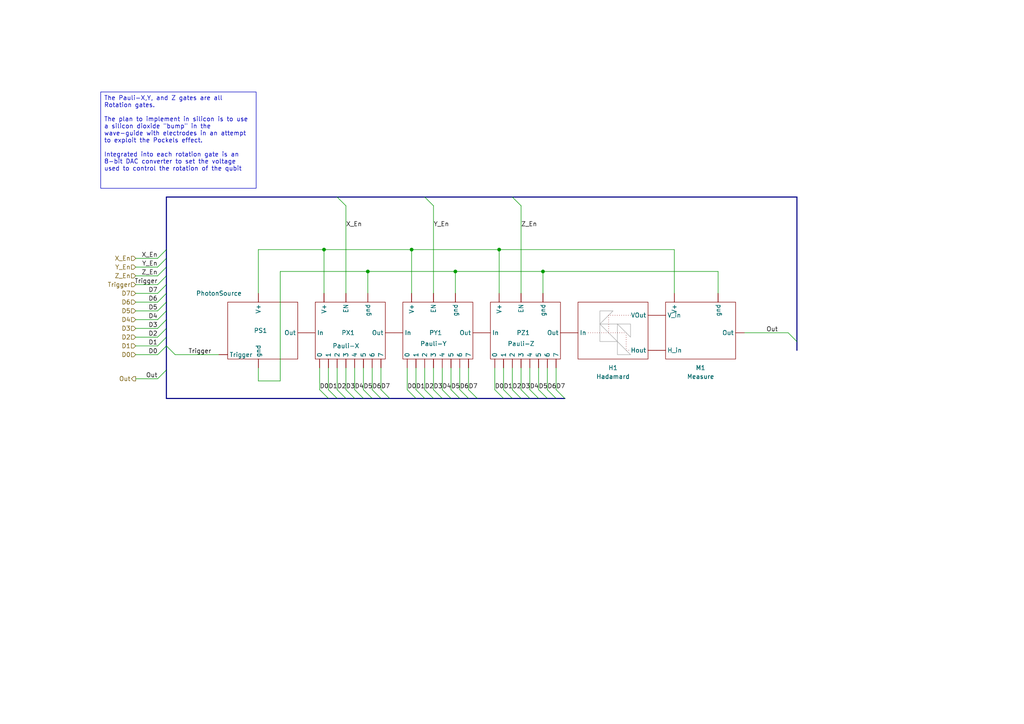
<source format=kicad_sch>
(kicad_sch (version 20230121) (generator eeschema)
  (paper "A4")
  (lib_symbols
    (symbol "photonic_structures:Hadamard"
      (property "Reference" "H" (at 0 0 0))
      (property "Value" "Hadamard" (at 0 -3.81 0))
      (symbol "Hadamard_0_1"
        (rectangle (start -8.89 8.89) (end 11.43 -7.62))
      )
      (symbol "Hadamard_1_1"
        (rectangle (start -2.54 2.54) (end 2.54 -2.54) (stroke (width 0) (color 170 170 170 1)))
        (polyline (pts (xy 2.54 -2.54) (xy -2.54 2.54)) (stroke (width 0) (color 170 170 170 1)))
        (polyline (pts (xy -2.54 2.54) (xy 1.27 6.35) (xy -2.54 6.35) (xy -2.54 2.54)) (stroke (width 0) (color 170 170 170 1)))
        (polyline (pts (xy 0 0) (xy 5.08 0) (xy 5.08 -5.08) (xy 6.35 -5.08)) (stroke (width 0) (type dot)))
        (polyline (pts (xy 2.54 2.54) (xy 6.35 -1.27) (xy 6.35 2.54) (xy 2.54 2.54)) (stroke (width 0) (color 170 170 170 1)))
        (polyline (pts (xy 6.35 -6.35) (xy 2.54 -2.54) (xy 2.54 -6.35) (xy 6.35 -6.35)) (stroke (width 0) (color 170 170 170 1)))
        (polyline (pts (xy 6.35 5.08) (xy 0 5.08) (xy 0 0) (xy -6.35 0)) (stroke (width 0) (type dot)))
        (pin output line (at 13.97 -5.08 180) (length 2.54) (name "Hout") (number ""))
        (pin input line (at -11.43 0 0) (length 2.54) (name "In") (number ""))
        (pin output line (at 13.97 5.08 180) (length 2.54) (name "VOut") (number ""))
      )
    )
    (symbol "photonic_structures:Measure"
      (property "Reference" "M" (at 0 0 0))
      (property "Value" "Measure" (at 0 -3.81 0))
      (symbol "Measure_0_1"
        (rectangle (start -8.89 8.89) (end 11.43 -7.62))
      )
      (symbol "Measure_1_1"
        (pin input line (at -11.43 -5.08 0) (length 2.54) (name "H_in") (number ""))
        (pin output line (at 13.97 0 180) (length 2.54) (name "Out") (number ""))
        (pin power_in line (at -6.35 11.43 270) (length 2.54) (name "V+") (number ""))
        (pin input line (at -11.43 5.08 0) (length 2.54) (name "V_in") (number ""))
        (pin power_out line (at 6.35 11.43 270) (length 2.54) (name "gnd") (number ""))
      )
    )
    (symbol "photonic_structures:Pauli-X"
      (property "Reference" "PX" (at 0 0 0))
      (property "Value" "Pauli-X" (at 0 -3.81 0))
      (symbol "Pauli-X_0_1"
        (rectangle (start -8.89 8.89) (end 11.43 -7.62))
      )
      (symbol "Pauli-X_1_1"
        (pin input line (at -7.62 -10.16 90) (length 2.54) (name "0") (number ""))
        (pin input line (at -5.08 -10.16 90) (length 2.54) (name "1") (number ""))
        (pin input line (at -2.54 -10.16 90) (length 2.54) (name "2") (number ""))
        (pin input line (at 0 -10.16 90) (length 2.54) (name "3") (number ""))
        (pin input line (at 2.54 -10.16 90) (length 2.54) (name "4") (number ""))
        (pin input line (at 5.08 -10.16 90) (length 2.54) (name "5") (number ""))
        (pin input line (at 7.62 -10.16 90) (length 2.54) (name "6") (number ""))
        (pin input line (at 10.16 -10.16 90) (length 2.54) (name "7") (number ""))
        (pin input line (at 0 11.43 270) (length 2.54) (name "EN") (number ""))
        (pin input line (at -11.43 0 0) (length 2.54) (name "In") (number ""))
        (pin output line (at 13.97 0 180) (length 2.54) (name "Out") (number ""))
        (pin power_in line (at -6.35 11.43 270) (length 2.54) (name "V+") (number ""))
        (pin power_out line (at 6.35 11.43 270) (length 2.54) (name "gnd") (number ""))
      )
    )
    (symbol "photonic_structures:Pauli-Y"
      (property "Reference" "PY" (at 0 0 0))
      (property "Value" "Pauli-Y" (at 0 -3.81 0))
      (symbol "Pauli-Y_0_1"
        (rectangle (start -8.89 8.89) (end 11.43 -7.62))
      )
      (symbol "Pauli-Y_1_1"
        (pin input line (at -7.62 -10.16 90) (length 2.54) (name "0") (number ""))
        (pin input line (at -5.08 -10.16 90) (length 2.54) (name "1") (number ""))
        (pin input line (at -2.54 -10.16 90) (length 2.54) (name "2") (number ""))
        (pin input line (at 0 -10.16 90) (length 2.54) (name "3") (number ""))
        (pin input line (at 2.54 -10.16 90) (length 2.54) (name "4") (number ""))
        (pin input line (at 5.08 -10.16 90) (length 2.54) (name "5") (number ""))
        (pin input line (at 7.62 -10.16 90) (length 2.54) (name "6") (number ""))
        (pin input line (at 10.16 -10.16 90) (length 2.54) (name "7") (number ""))
        (pin input line (at 0 11.43 270) (length 2.54) (name "EN") (number ""))
        (pin input line (at -11.43 0 0) (length 2.54) (name "In") (number ""))
        (pin output line (at 13.97 0 180) (length 2.54) (name "Out") (number ""))
        (pin power_in line (at -6.35 11.43 270) (length 2.54) (name "V+") (number ""))
        (pin power_out line (at 6.35 11.43 270) (length 2.54) (name "gnd") (number ""))
      )
    )
    (symbol "photonic_structures:Pauli-Z"
      (property "Reference" "PZ" (at 0 0 0))
      (property "Value" "Pauli-Z" (at 0 -3.81 0))
      (symbol "Pauli-Z_0_1"
        (rectangle (start -8.89 8.89) (end 11.43 -7.62))
      )
      (symbol "Pauli-Z_1_1"
        (pin input line (at -7.62 -10.16 90) (length 2.54) (name "0") (number ""))
        (pin input line (at -5.08 -10.16 90) (length 2.54) (name "1") (number ""))
        (pin input line (at -2.54 -10.16 90) (length 2.54) (name "2") (number ""))
        (pin input line (at 0 -10.16 90) (length 2.54) (name "3") (number ""))
        (pin input line (at 2.54 -10.16 90) (length 2.54) (name "4") (number ""))
        (pin input line (at 5.08 -10.16 90) (length 2.54) (name "5") (number ""))
        (pin input line (at 7.62 -10.16 90) (length 2.54) (name "6") (number ""))
        (pin input line (at 10.16 -10.16 90) (length 2.54) (name "7") (number ""))
        (pin input line (at 0 11.43 270) (length 2.54) (name "EN") (number ""))
        (pin input line (at -11.43 0 0) (length 2.54) (name "In") (number ""))
        (pin output line (at 13.97 0 180) (length 2.54) (name "Out") (number ""))
        (pin power_in line (at -6.35 11.43 270) (length 2.54) (name "V+") (number ""))
        (pin power_out line (at 6.35 11.43 270) (length 2.54) (name "gnd") (number ""))
      )
    )
    (symbol "photonic_structures:PhotonSource"
      (property "Reference" "PS" (at 0 0 0))
      (property "Value" "PhotonSource" (at 0 2.54 0))
      (symbol "PhotonSource_0_1"
        (rectangle (start -8.89 8.89) (end 11.43 -7.62))
      )
      (symbol "PhotonSource_1_1"
        (pin output line (at 13.97 0 180) (length 2.54) (name "Out") (number ""))
        (pin input line (at -11.43 -6.35 0) (length 2.54) (name "Trigger") (number ""))
        (pin power_in line (at 0 11.43 270) (length 2.54) (name "V+") (number ""))
        (pin power_out line (at 0 -10.16 90) (length 2.54) (name "gnd") (number ""))
      )
    )
  )
  (junction (at 106.68 78.74))
  (junction (at 93.98 72.39))
  (junction (at 119.38 72.39))
  (junction (at 144.78 72.39))
  (junction (at 157.48 78.74))
  (junction (at 132.08 78.74))
  (bus_entry (at 118.11 113.03) (size 2.54 2.54))
  (bus_entry (at 45.72 85.09) (size 2.54 -2.54))
  (bus_entry (at 45.72 92.71) (size 2.54 -2.54))
  (bus_entry (at 48.26 72.39) (size -2.54 2.54))
  (bus_entry (at 45.72 90.17) (size 2.54 -2.54))
  (bus_entry (at 45.72 102.87) (size 2.54 -2.54))
  (bus_entry (at 45.72 95.25) (size 2.54 -2.54))
  (bus_entry (at 48.26 77.47) (size -2.54 2.54))
  (bus_entry (at 148.59 113.03) (size 2.54 2.54))
  (bus_entry (at 45.72 87.63) (size 2.54 -2.54))
  (bus_entry (at 135.89 113.03) (size 2.54 2.54))
  (bus_entry (at 100.33 113.03) (size 2.54 2.54))
  (bus_entry (at 228.6 96.52) (size 2.54 2.54))
  (bus_entry (at 102.87 113.03) (size 2.54 2.54))
  (bus_entry (at 97.79 57.15) (size 2.54 2.54))
  (bus_entry (at 153.67 113.03) (size 2.54 2.54))
  (bus_entry (at 123.19 113.03) (size 2.54 2.54))
  (bus_entry (at 158.75 113.03) (size 2.54 2.54))
  (bus_entry (at 48.26 74.93) (size -2.54 2.54))
  (bus_entry (at 125.73 113.03) (size 2.54 2.54))
  (bus_entry (at 105.41 113.03) (size 2.54 2.54))
  (bus_entry (at 130.81 113.03) (size 2.54 2.54))
  (bus_entry (at 128.27 113.03) (size 2.54 2.54))
  (bus_entry (at 97.79 113.03) (size 2.54 2.54))
  (bus_entry (at 110.49 113.03) (size 2.54 2.54))
  (bus_entry (at 107.95 113.03) (size 2.54 2.54))
  (bus_entry (at 148.59 57.15) (size 2.54 2.54))
  (bus_entry (at 95.25 113.03) (size 2.54 2.54))
  (bus_entry (at 120.65 113.03) (size 2.54 2.54))
  (bus_entry (at 48.26 80.01) (size -2.54 2.54))
  (bus_entry (at 123.19 57.15) (size 2.54 2.54))
  (bus_entry (at 146.05 113.03) (size 2.54 2.54))
  (bus_entry (at 92.71 113.03) (size 2.54 2.54))
  (bus_entry (at 156.21 113.03) (size 2.54 2.54))
  (bus_entry (at 151.13 113.03) (size 2.54 2.54))
  (bus_entry (at 133.35 113.03) (size 2.54 2.54))
  (bus_entry (at 45.72 100.33) (size 2.54 -2.54))
  (bus_entry (at 48.26 100.33) (size 2.54 2.54))
  (bus_entry (at 161.29 113.03) (size 2.54 2.54))
  (bus_entry (at 45.72 97.79) (size 2.54 -2.54))
  (bus_entry (at 45.72 109.855) (size 2.54 -2.54))
  (bus_entry (at 143.51 113.03) (size 2.54 2.54))
  (wire (pts (xy 158.75 106.68) (xy 158.75 113.03)))
  (wire (pts (xy 157.48 78.74) (xy 157.48 85.09)))
  (wire (pts (xy 120.65 106.68) (xy 120.65 113.03)))
  (wire (pts (xy 74.93 72.39) (xy 93.98 72.39)))
  (wire (pts (xy 143.51 106.68) (xy 143.51 113.03)))
  (bus (pts (xy 128.27 115.57) (xy 125.73 115.57)))
  (wire (pts (xy 215.9 96.52) (xy 228.6 96.52)))
  (wire (pts (xy 195.58 72.39) (xy 195.58 85.09)))
  (bus (pts (xy 48.26 77.47) (xy 48.26 80.01)))
  (wire (pts (xy 39.37 109.855) (xy 45.72 109.855)))
  (wire (pts (xy 39.37 85.09) (xy 45.72 85.09)))
  (wire (pts (xy 133.35 106.68) (xy 133.35 113.03)))
  (bus (pts (xy 107.95 115.57) (xy 105.41 115.57)))
  (wire (pts (xy 93.98 72.39) (xy 119.38 72.39)))
  (wire (pts (xy 39.37 97.79) (xy 45.72 97.79)))
  (wire (pts (xy 106.68 85.09) (xy 106.68 78.74)))
  (wire (pts (xy 123.19 106.68) (xy 123.19 113.03)))
  (wire (pts (xy 50.8 102.87) (xy 63.5 102.87)))
  (bus (pts (xy 48.26 92.71) (xy 48.26 90.17)))
  (bus (pts (xy 48.26 72.39) (xy 48.26 57.15)))
  (wire (pts (xy 45.72 77.47) (xy 39.37 77.47)))
  (wire (pts (xy 119.38 72.39) (xy 119.38 85.09)))
  (bus (pts (xy 123.19 115.57) (xy 120.65 115.57)))
  (wire (pts (xy 153.67 106.68) (xy 153.67 113.03)))
  (bus (pts (xy 48.26 100.33) (xy 48.26 97.79)))
  (wire (pts (xy 106.68 78.74) (xy 132.08 78.74)))
  (wire (pts (xy 93.98 85.09) (xy 93.98 72.39)))
  (bus (pts (xy 105.41 115.57) (xy 102.87 115.57)))
  (wire (pts (xy 105.41 106.68) (xy 105.41 113.03)))
  (wire (pts (xy 144.78 72.39) (xy 195.58 72.39)))
  (bus (pts (xy 125.73 115.57) (xy 123.19 115.57)))
  (wire (pts (xy 161.29 106.68) (xy 161.29 113.03)))
  (bus (pts (xy 113.03 115.57) (xy 110.49 115.57)))
  (wire (pts (xy 92.71 106.68) (xy 92.71 113.03)))
  (bus (pts (xy 48.26 85.09) (xy 48.26 82.55)))
  (bus (pts (xy 231.14 99.06) (xy 231.14 101.6)))
  (wire (pts (xy 118.11 106.68) (xy 118.11 113.03)))
  (bus (pts (xy 120.65 115.57) (xy 113.03 115.57)))
  (bus (pts (xy 146.05 115.57) (xy 138.43 115.57)))
  (bus (pts (xy 123.19 57.15) (xy 148.59 57.15)))
  (wire (pts (xy 151.13 106.68) (xy 151.13 113.03)))
  (wire (pts (xy 128.27 106.68) (xy 128.27 113.03)))
  (bus (pts (xy 100.33 115.57) (xy 97.79 115.57)))
  (wire (pts (xy 39.37 90.17) (xy 45.72 90.17)))
  (bus (pts (xy 48.26 87.63) (xy 48.26 85.09)))
  (bus (pts (xy 48.26 57.15) (xy 97.79 57.15)))
  (bus (pts (xy 231.14 57.15) (xy 231.14 99.06)))
  (wire (pts (xy 39.37 95.25) (xy 45.72 95.25)))
  (wire (pts (xy 144.78 72.39) (xy 144.78 85.09)))
  (wire (pts (xy 125.73 59.69) (xy 125.73 85.09)))
  (wire (pts (xy 39.37 100.33) (xy 45.72 100.33)))
  (bus (pts (xy 163.83 115.57) (xy 161.29 115.57)))
  (wire (pts (xy 119.38 72.39) (xy 144.78 72.39)))
  (bus (pts (xy 97.79 115.57) (xy 95.25 115.57)))
  (bus (pts (xy 161.29 115.57) (xy 158.75 115.57)))
  (bus (pts (xy 158.75 115.57) (xy 156.21 115.57)))
  (wire (pts (xy 156.21 106.68) (xy 156.21 113.03)))
  (wire (pts (xy 110.49 106.68) (xy 110.49 113.03)))
  (wire (pts (xy 100.33 59.69) (xy 100.33 85.09)))
  (wire (pts (xy 39.37 87.63) (xy 45.72 87.63)))
  (bus (pts (xy 48.26 80.01) (xy 48.26 82.55)))
  (bus (pts (xy 48.26 74.93) (xy 48.26 77.47)))
  (wire (pts (xy 157.48 78.74) (xy 208.28 78.74)))
  (bus (pts (xy 48.26 97.79) (xy 48.26 95.25)))
  (bus (pts (xy 135.89 115.57) (xy 133.35 115.57)))
  (wire (pts (xy 102.87 106.68) (xy 102.87 113.03)))
  (wire (pts (xy 95.25 106.68) (xy 95.25 113.03)))
  (bus (pts (xy 151.13 115.57) (xy 148.59 115.57)))
  (bus (pts (xy 102.87 115.57) (xy 100.33 115.57)))
  (wire (pts (xy 81.28 78.74) (xy 81.28 110.49)))
  (bus (pts (xy 48.26 107.315) (xy 48.26 115.57)))
  (bus (pts (xy 48.26 90.17) (xy 48.26 87.63)))
  (wire (pts (xy 39.37 74.93) (xy 45.72 74.93)))
  (wire (pts (xy 100.33 106.68) (xy 100.33 113.03)))
  (bus (pts (xy 153.67 115.57) (xy 151.13 115.57)))
  (bus (pts (xy 110.49 115.57) (xy 107.95 115.57)))
  (wire (pts (xy 45.72 80.01) (xy 39.37 80.01)))
  (wire (pts (xy 130.81 106.68) (xy 130.81 113.03)))
  (bus (pts (xy 97.79 57.15) (xy 123.19 57.15)))
  (wire (pts (xy 74.93 85.09) (xy 74.93 72.39)))
  (wire (pts (xy 208.28 78.74) (xy 208.28 85.09)))
  (wire (pts (xy 107.95 106.68) (xy 107.95 113.03)))
  (bus (pts (xy 130.81 115.57) (xy 128.27 115.57)))
  (wire (pts (xy 146.05 106.68) (xy 146.05 113.03)))
  (wire (pts (xy 132.08 78.74) (xy 157.48 78.74)))
  (bus (pts (xy 48.26 72.39) (xy 48.26 74.93)))
  (bus (pts (xy 48.26 95.25) (xy 48.26 92.71)))
  (wire (pts (xy 39.37 102.87) (xy 45.72 102.87)))
  (wire (pts (xy 45.72 82.55) (xy 39.37 82.55)))
  (wire (pts (xy 148.59 106.68) (xy 148.59 113.03)))
  (bus (pts (xy 95.25 115.57) (xy 48.26 115.57)))
  (bus (pts (xy 133.35 115.57) (xy 130.81 115.57)))
  (wire (pts (xy 135.89 106.68) (xy 135.89 113.03)))
  (wire (pts (xy 39.37 92.71) (xy 45.72 92.71)))
  (bus (pts (xy 48.26 100.33) (xy 48.26 107.315)))
  (bus (pts (xy 138.43 115.57) (xy 135.89 115.57)))
  (bus (pts (xy 156.21 115.57) (xy 153.67 115.57)))
  (wire (pts (xy 97.79 106.68) (xy 97.79 113.03)))
  (bus (pts (xy 148.59 115.57) (xy 146.05 115.57)))
  (wire (pts (xy 125.73 106.68) (xy 125.73 113.03)))
  (wire (pts (xy 106.68 78.74) (xy 81.28 78.74)))
  (wire (pts (xy 132.08 78.74) (xy 132.08 85.09)))
  (bus (pts (xy 148.59 57.15) (xy 231.14 57.15)))
  (wire (pts (xy 81.28 110.49) (xy 74.93 110.49)))
  (wire (pts (xy 74.93 106.68) (xy 74.93 110.49)))
  (wire (pts (xy 151.13 59.69) (xy 151.13 85.09)))
  (text_box "The Pauli-X,Y, and Z gates are all Rotation gates.\n\nThe plan to implement in silicon is to use a silicon dioxide \"bump\" in the\nwave-guide with electrodes in an attempt to exploit the Pockels effect.\n\nIntegrated into each rotation gate is an 8-bit DAC converter to set the voltage\nused to control the rotation of the qubit" (at 29.21 26.67 0) (size 45.085 27.94) (effects (font (size 1.27 1.27)) (justify left top)))
  (label "Y_En" (at 45.72 77.47 180))
  (label "D7" (at 110.49 113.03 0))
  (label "D3" (at 45.72 95.25 180))
  (label "D1" (at 45.72 100.33 180))
  (label "D3" (at 151.13 113.03 0))
  (label "D2" (at 148.59 113.03 0))
  (label "D7" (at 45.72 85.09 180))
  (label "D4" (at 45.72 92.71 180))
  (label "Z_En" (at 45.72 80.01 180))
  (label "D6" (at 158.75 113.03 0))
  (label "Trigger" (at 45.72 82.55 180))
  (label "D0" (at 118.11 113.03 0))
  (label "D5" (at 105.41 113.03 0))
  (label "D1" (at 146.05 113.03 0))
  (label "D0" (at 143.51 113.03 0))
  (label "D0" (at 45.72 102.87 180))
  (label "D3" (at 100.33 113.03 0))
  (label "D4" (at 102.87 113.03 0))
  (label "D4" (at 153.67 113.03 0))
  (label "D6" (at 45.72 87.63 180))
  (label "D2" (at 123.19 113.03 0))
  (label "D5" (at 156.21 113.03 0))
  (label "D6" (at 107.95 113.03 0))
  (label "D5" (at 130.81 113.03 0))
  (label "X_En" (at 100.33 66.04 0))
  (label "D7" (at 135.89 113.03 0))
  (label "D4" (at 128.27 113.03 0))
  (label "Z_En" (at 151.13 66.04 0))
  (label "D1" (at 120.65 113.03 0))
  (label "Trigger" (at 54.61 102.87 0))
  (label "Y_En" (at 125.73 66.04 0))
  (label "D7" (at 161.29 113.03 0))
  (label "D1" (at 95.25 113.03 0))
  (label "D2" (at 97.79 113.03 0))
  (label "X_En" (at 45.72 74.93 180))
  (label "D0" (at 92.71 113.03 0))
  (label "D3" (at 125.73 113.03 0))
  (label "D6" (at 133.35 113.03 0))
  (label "D2" (at 45.72 97.79 180))
  (label "Out" (at 222.25 96.52 0))
  (label "Out" (at 45.72 109.855 180))
  (label "D5" (at 45.72 90.17 180))
  (hierarchical_label "Y_En" (shape input) (at 39.37 77.47 180))
  (hierarchical_label "D7" (shape input) (at 39.37 85.09 180))
  (hierarchical_label "Z_En" (shape input) (at 39.37 80.01 180))
  (hierarchical_label "X_En" (shape input) (at 39.37 74.93 180))
  (hierarchical_label "D6" (shape input) (at 39.37 87.63 180))
  (hierarchical_label "Out" (shape output) (at 39.37 109.855 180))
  (hierarchical_label "Trigger" (shape input) (at 39.37 82.55 180))
  (hierarchical_label "D0" (shape input) (at 39.37 102.87 180))
  (hierarchical_label "D5" (shape input) (at 39.37 90.17 180))
  (hierarchical_label "D4" (shape input) (at 39.37 92.71 180))
  (hierarchical_label "D3" (shape input) (at 39.37 95.25 180))
  (hierarchical_label "D2" (shape input) (at 39.37 97.79 180))
  (hierarchical_label "D1" (shape input) (at 39.37 100.33 180))
  (symbol (lib_id "photonic_structures:PhotonSource") (at 74.93 96.52 0) (unit 1)
    (property "Reference" "PS1" (at 75.565 95.885 0))
    (property "Value" "PhotonSource" (at 63.5 85.09 0))
  )
  (symbol (lib_id "photonic_structures:Pauli-Z") (at 151.13 96.52 0) (unit 1)
    (property "Reference" "PZ1" (at 151.765 96.52 0))
    (property "Value" "Pauli-Z" (at 151.13 99.695 0))
  )
  (symbol (lib_id "photonic_structures:Measure") (at 201.93 96.52 0) (unit 1)
    (property "Reference" "M1" (at 203.2 106.68 0))
    (property "Value" "Measure" (at 203.2 109.22 0))
  )
  (symbol (lib_id "photonic_structures:Pauli-X") (at 100.33 96.52 0) (unit 1)
    (property "Reference" "PX1" (at 100.965 96.52 0))
    (property "Value" "Pauli-X" (at 100.33 100.33 0))
  )
  (symbol (lib_id "photonic_structures:Hadamard") (at 176.53 96.52 0) (unit 1)
    (property "Reference" "H1" (at 177.8 106.68 0))
    (property "Value" "Hadamard" (at 177.8 109.22 0))
  )
  (symbol (lib_id "photonic_structures:Pauli-Y") (at 125.73 96.52 0) (unit 1)
    (property "Reference" "PY1" (at 126.365 96.52 0))
    (property "Value" "Pauli-Y" (at 125.73 99.695 0))
  )
  (sheet (at 307.975 13.97) (size 51.1492 43.4094) (stroke (width 0.1524))
    (property "Sheetname" "Measure" (at 307.975 13.2584 0) (effects (justify left bottom)))
    (property "Sheetfile" "Measure.kicad_sch" (at 307.975 57.964 0) (effects (justify left top)))
  )
  (sheet (at 306.705 78.105) (size 43.815 36.83) (stroke (width 0.1524))
    (property "Sheetname" "Rotation" (at 306.705 77.3934 0) (effects (justify left bottom)))
    (property "Sheetfile" "RotationGate.kicad_sch" (at 306.705 115.5196 0) (effects (justify left top)))
  )
)
</source>
